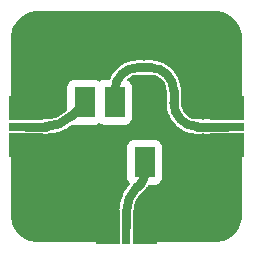
<source format=gbr>
%TF.GenerationSoftware,KiCad,Pcbnew,6.0.9+dfsg-1~bpo11+1*%
%TF.CreationDate,2022-11-06T17:08:34+01:00*%
%TF.ProjectId,mixer,6d697865-722e-46b6-9963-61645f706362,2*%
%TF.SameCoordinates,Original*%
%TF.FileFunction,Copper,L1,Top*%
%TF.FilePolarity,Positive*%
%FSLAX46Y46*%
G04 Gerber Fmt 4.6, Leading zero omitted, Abs format (unit mm)*
G04 Created by KiCad (PCBNEW 6.0.9+dfsg-1~bpo11+1) date 2022-11-06 17:08:34*
%MOMM*%
%LPD*%
G01*
G04 APERTURE LIST*
%TA.AperFunction,SMDPad,CuDef*%
%ADD10R,0.800000X3.000000*%
%TD*%
%TA.AperFunction,ComponentPad*%
%ADD11C,0.800000*%
%TD*%
%TA.AperFunction,SMDPad,CuDef*%
%ADD12R,2.000000X3.000000*%
%TD*%
%TA.AperFunction,ComponentPad*%
%ADD13C,3.400000*%
%TD*%
%TA.AperFunction,SMDPad,CuDef*%
%ADD14R,3.000000X0.800000*%
%TD*%
%TA.AperFunction,SMDPad,CuDef*%
%ADD15R,3.000000X2.000000*%
%TD*%
%TA.AperFunction,ComponentPad*%
%ADD16C,1.016000*%
%TD*%
%TA.AperFunction,SMDPad,CuDef*%
%ADD17R,1.651000X2.540000*%
%TD*%
%TA.AperFunction,SMDPad,CuDef*%
%ADD18R,1.651000X5.334000*%
%TD*%
%TA.AperFunction,SMDPad,CuDef*%
%ADD19R,6.731000X1.270000*%
%TD*%
%TA.AperFunction,SMDPad,CuDef*%
%ADD20R,4.191000X5.334000*%
%TD*%
%TA.AperFunction,ViaPad*%
%ADD21C,0.800000*%
%TD*%
%TA.AperFunction,Conductor*%
%ADD22C,0.800000*%
%TD*%
G04 APERTURE END LIST*
D10*
%TO.P,J2,1,Pin_1*%
%TO.N,Net-(J2-Pad1)*%
X147500000Y-86000000D03*
D11*
%TO.P,J2,2,Pin_2*%
%TO.N,GND*%
X146000000Y-85500000D03*
X146000000Y-86500000D03*
X148500000Y-87000000D03*
X148500000Y-85000000D03*
X146500000Y-87000000D03*
D12*
X149100000Y-86000000D03*
X145900000Y-86000000D03*
D11*
X149000000Y-85500000D03*
X149000000Y-86500000D03*
X148500000Y-86000000D03*
X146500000Y-85000000D03*
X146500000Y-86000000D03*
%TD*%
D13*
%TO.P,H3,1,1*%
%TO.N,GND*%
X140000000Y-70000000D03*
%TD*%
D14*
%TO.P,J3,1,Pin_1*%
%TO.N,Net-(J3-Pad1)*%
X156000000Y-77500000D03*
D11*
%TO.P,J3,2,Pin_2*%
%TO.N,GND*%
X155500000Y-79000000D03*
X156500000Y-79000000D03*
X157000000Y-76500000D03*
X155000000Y-76500000D03*
X157000000Y-78500000D03*
D15*
X156000000Y-75900000D03*
X156000000Y-79100000D03*
D11*
X155500000Y-76000000D03*
X156500000Y-76000000D03*
X156000000Y-76500000D03*
X155000000Y-78500000D03*
X156000000Y-78500000D03*
%TD*%
D16*
%TO.P,U1,1,GND*%
%TO.N,GND*%
X145230000Y-78000000D03*
D17*
X149040000Y-75460000D03*
D16*
X149040000Y-73809000D03*
X143960000Y-78000000D03*
X149040000Y-78000000D03*
X146500000Y-78000000D03*
D18*
X149040000Y-75968000D03*
D19*
X146500000Y-78000000D03*
D16*
X147770000Y-78000000D03*
D17*
%TO.P,U1,2,IF*%
%TO.N,Net-(J3-Pad1)*%
X146500000Y-75460000D03*
%TO.P,U1,3,RF*%
%TO.N,Net-(J1-Pad1)*%
X143960000Y-75460000D03*
D16*
%TO.P,U1,4,GND*%
%TO.N,GND*%
X143960000Y-82191000D03*
D17*
X143960000Y-80540000D03*
D20*
X145230000Y-80032000D03*
D16*
%TO.P,U1,5,GND*%
X146500000Y-82191000D03*
D17*
X146500000Y-80540000D03*
%TO.P,U1,6,LO*%
%TO.N,Net-(J2-Pad1)*%
X149040000Y-80540000D03*
%TD*%
D13*
%TO.P,H1,1,1*%
%TO.N,GND*%
X155000000Y-85000000D03*
%TD*%
%TO.P,H2,1,1*%
%TO.N,GND*%
X155000000Y-70000000D03*
%TD*%
D14*
%TO.P,J1,1,Pin_1*%
%TO.N,Net-(J1-Pad1)*%
X139000000Y-77500000D03*
D11*
%TO.P,J1,2,Pin_2*%
%TO.N,GND*%
X139500000Y-76000000D03*
X138500000Y-76000000D03*
X138000000Y-78500000D03*
X140000000Y-78500000D03*
X138000000Y-76500000D03*
D15*
X139000000Y-79100000D03*
X139000000Y-75900000D03*
D11*
X139500000Y-79000000D03*
X138500000Y-79000000D03*
X139000000Y-78500000D03*
X140000000Y-76500000D03*
X139000000Y-76500000D03*
%TD*%
D13*
%TO.P,H4,1,1*%
%TO.N,GND*%
X140000000Y-85000000D03*
%TD*%
D21*
%TO.N,GND*%
X150500000Y-77000000D03*
X151000000Y-77500000D03*
X154000000Y-75500000D03*
X153500000Y-74000000D03*
X141000000Y-74500000D03*
X142500000Y-82500000D03*
X153000000Y-78500000D03*
X152500000Y-73000000D03*
X141500000Y-76000000D03*
X147000000Y-71500000D03*
X148500000Y-71000000D03*
X151000000Y-83500000D03*
X152500000Y-70000000D03*
X152500000Y-82500000D03*
X146500000Y-72000000D03*
X151500000Y-78000000D03*
X145000000Y-85000000D03*
X140000000Y-82500000D03*
X153000000Y-73500000D03*
X149000000Y-83500000D03*
X151500000Y-79000000D03*
X143000000Y-72500000D03*
X150000000Y-70000000D03*
X154000000Y-76500000D03*
X154500000Y-79000000D03*
X145500000Y-72000000D03*
X152000000Y-72500000D03*
X150000000Y-83500000D03*
X153000000Y-75500000D03*
X150000000Y-84500000D03*
X149500000Y-84000000D03*
X151500000Y-82000000D03*
X151000000Y-78500000D03*
X148000000Y-71500000D03*
X142500000Y-80000000D03*
X142500000Y-79000000D03*
X146000000Y-84500000D03*
X141000000Y-78500000D03*
X152000000Y-78500000D03*
X150500000Y-76000000D03*
X155000000Y-72500000D03*
X152500000Y-74000000D03*
X152500000Y-85000000D03*
X142500000Y-70000000D03*
X152500000Y-75000000D03*
X153000000Y-74500000D03*
X142500000Y-85000000D03*
X140000000Y-80000000D03*
X152500000Y-80000000D03*
X142000000Y-74500000D03*
X149000000Y-84500000D03*
X151000000Y-81500000D03*
X144000000Y-72500000D03*
X151500000Y-80000000D03*
X152500000Y-72000000D03*
X151000000Y-82500000D03*
X146000000Y-83500000D03*
X155000000Y-82500000D03*
X141500000Y-75000000D03*
X149500000Y-83000000D03*
X146000000Y-72500000D03*
X149500000Y-71000000D03*
X141000000Y-75500000D03*
X143500000Y-73000000D03*
X151500000Y-81000000D03*
X140500000Y-79000000D03*
X150500000Y-71000000D03*
X151500000Y-83000000D03*
X145000000Y-82500000D03*
X155000000Y-80000000D03*
X153000000Y-72500000D03*
X153500000Y-75000000D03*
X142000000Y-75500000D03*
X150500000Y-75000000D03*
X145000000Y-70000000D03*
X144500000Y-73000000D03*
X149500000Y-85000000D03*
X151000000Y-71500000D03*
X153500000Y-76000000D03*
X142000000Y-73500000D03*
X150500000Y-78000000D03*
X154500000Y-76000000D03*
X151500000Y-72000000D03*
X142500000Y-73000000D03*
X140000000Y-75500000D03*
X145000000Y-80000000D03*
X155000000Y-75000000D03*
X151000000Y-80500000D03*
X153500000Y-79000000D03*
X147500000Y-70000000D03*
X145000000Y-72500000D03*
X150500000Y-83000000D03*
X146000000Y-71500000D03*
X150000000Y-71500000D03*
X149000000Y-71500000D03*
X152000000Y-71500000D03*
X142000000Y-78500000D03*
X140000000Y-72500000D03*
X141500000Y-74000000D03*
X141500000Y-79000000D03*
X140500000Y-76000000D03*
X151000000Y-79500000D03*
X154000000Y-78500000D03*
X152500000Y-79000000D03*
X140500000Y-75000000D03*
X150500000Y-84000000D03*
X152000000Y-79500000D03*
X146500000Y-84000000D03*
X145500000Y-73000000D03*
X147500000Y-71000000D03*
%TD*%
D22*
%TO.N,Net-(J1-Pad1)*%
X142798680Y-76621320D02*
X143960000Y-75460000D01*
X139000000Y-77500000D02*
X140677359Y-77500000D01*
X140677359Y-77499971D02*
G75*
G03*
X142798680Y-76621320I41J2999971D01*
G01*
%TO.N,Net-(J2-Pad1)*%
X149040000Y-81545786D02*
X149040000Y-80540000D01*
X148378680Y-82621320D02*
X148747107Y-82252893D01*
X147500000Y-86000000D02*
X147500000Y-84742641D01*
X148747114Y-82252900D02*
G75*
G03*
X149040000Y-81545786I-707114J707100D01*
G01*
X147500029Y-84742641D02*
G75*
G02*
X148378680Y-82621320I2999971J41D01*
G01*
%TO.N,Net-(J3-Pad1)*%
X148500000Y-72500000D02*
X149500000Y-72500000D01*
X146500000Y-75460000D02*
X146500000Y-74500000D01*
X151500000Y-74500000D02*
X151500000Y-75500000D01*
X153500000Y-77500000D02*
X156000000Y-77500000D01*
X151500000Y-74500000D02*
G75*
G03*
X149500000Y-72500000I-2000000J0D01*
G01*
X148500000Y-72500000D02*
G75*
G03*
X146500000Y-74500000I0J-2000000D01*
G01*
X153500000Y-77500000D02*
G75*
G02*
X151500000Y-75500000I0J2000000D01*
G01*
%TD*%
%TA.AperFunction,Conductor*%
%TO.N,GND*%
G36*
X149467072Y-73101347D02*
G01*
X149500000Y-73105682D01*
X149514320Y-73103797D01*
X149535004Y-73103255D01*
X149613737Y-73109451D01*
X149711162Y-73117119D01*
X149726505Y-73119549D01*
X149924894Y-73167178D01*
X149939669Y-73171979D01*
X150128162Y-73250055D01*
X150142004Y-73257108D01*
X150315964Y-73363712D01*
X150328531Y-73372843D01*
X150483671Y-73505344D01*
X150494656Y-73516329D01*
X150627157Y-73671469D01*
X150636288Y-73684036D01*
X150742892Y-73857996D01*
X150749945Y-73871838D01*
X150828021Y-74060331D01*
X150832822Y-74075106D01*
X150880451Y-74273495D01*
X150882881Y-74288838D01*
X150896745Y-74464993D01*
X150896203Y-74485680D01*
X150894318Y-74500000D01*
X150895165Y-74506433D01*
X150898653Y-74532927D01*
X150899500Y-74545849D01*
X150899500Y-75454151D01*
X150898653Y-75467072D01*
X150894318Y-75500000D01*
X150895165Y-75506433D01*
X150895165Y-75506434D01*
X150895725Y-75510690D01*
X150896415Y-75518054D01*
X150904404Y-75660298D01*
X150911779Y-75791622D01*
X150960705Y-76079578D01*
X150961474Y-76082247D01*
X150985107Y-76164278D01*
X151041563Y-76360244D01*
X151042628Y-76362815D01*
X151152122Y-76627157D01*
X151153338Y-76630093D01*
X151294624Y-76885730D01*
X151296227Y-76887989D01*
X151296230Y-76887994D01*
X151360383Y-76978408D01*
X151463643Y-77123940D01*
X151465490Y-77126007D01*
X151465495Y-77126013D01*
X151566738Y-77239304D01*
X151658271Y-77341729D01*
X151660349Y-77343586D01*
X151873987Y-77534505D01*
X151873993Y-77534510D01*
X151876060Y-77536357D01*
X151878322Y-77537962D01*
X151878327Y-77537966D01*
X152112006Y-77703770D01*
X152112011Y-77703773D01*
X152114270Y-77705376D01*
X152369907Y-77846662D01*
X152372470Y-77847724D01*
X152372477Y-77847727D01*
X152608216Y-77945373D01*
X152639756Y-77958437D01*
X152642425Y-77959206D01*
X152642428Y-77959207D01*
X152843732Y-78017201D01*
X152920422Y-78039295D01*
X152923162Y-78039761D01*
X152923164Y-78039761D01*
X153205628Y-78087754D01*
X153205632Y-78087754D01*
X153208378Y-78088221D01*
X153339702Y-78095596D01*
X153481946Y-78103585D01*
X153489310Y-78104275D01*
X153489470Y-78104296D01*
X153500000Y-78105682D01*
X153532928Y-78101347D01*
X153545849Y-78100500D01*
X157200500Y-78100500D01*
X157258691Y-78119407D01*
X157294655Y-78168907D01*
X157299500Y-78199500D01*
X157299500Y-84965983D01*
X157296982Y-84988169D01*
X157294344Y-84999641D01*
X157296805Y-85010517D01*
X157296786Y-85021664D01*
X157296757Y-85021664D01*
X157297578Y-85031772D01*
X157283096Y-85271197D01*
X157281656Y-85283056D01*
X157233761Y-85544415D01*
X157230900Y-85556023D01*
X157151852Y-85809695D01*
X157147613Y-85820873D01*
X157038564Y-86063170D01*
X157033008Y-86073756D01*
X156895548Y-86301142D01*
X156888757Y-86310980D01*
X156724897Y-86520132D01*
X156716970Y-86529081D01*
X156529081Y-86716970D01*
X156520132Y-86724897D01*
X156310980Y-86888757D01*
X156301142Y-86895548D01*
X156073756Y-87033008D01*
X156063170Y-87038564D01*
X155820873Y-87147613D01*
X155809695Y-87151852D01*
X155556015Y-87230902D01*
X155544422Y-87233759D01*
X155283056Y-87281656D01*
X155271204Y-87283095D01*
X155032288Y-87297547D01*
X155022372Y-87296724D01*
X155022372Y-87296862D01*
X155011224Y-87296842D01*
X155000359Y-87294344D01*
X154988359Y-87297059D01*
X154966512Y-87299500D01*
X148199500Y-87299500D01*
X148141309Y-87280593D01*
X148105345Y-87231093D01*
X148100500Y-87200500D01*
X148100500Y-84788485D01*
X148101347Y-84775564D01*
X148104835Y-84749067D01*
X148105682Y-84742633D01*
X148104827Y-84736138D01*
X148103281Y-84724397D01*
X148102590Y-84705923D01*
X148108604Y-84598811D01*
X148115302Y-84479519D01*
X148116544Y-84468494D01*
X148124272Y-84423011D01*
X148159751Y-84214176D01*
X148162220Y-84203357D01*
X148233632Y-83955472D01*
X148237295Y-83945002D01*
X148336017Y-83706658D01*
X148340827Y-83696671D01*
X148465607Y-83470892D01*
X148471514Y-83461491D01*
X148620786Y-83251107D01*
X148627708Y-83242427D01*
X148778703Y-83073461D01*
X148792254Y-83060888D01*
X148801813Y-83053553D01*
X148801816Y-83053550D01*
X148806966Y-83049598D01*
X148827183Y-83023251D01*
X148835721Y-83013515D01*
X149139314Y-82709922D01*
X149149040Y-82701393D01*
X149175393Y-82681171D01*
X149189564Y-82662703D01*
X149193673Y-82657695D01*
X149310362Y-82524635D01*
X149310365Y-82524631D01*
X149312497Y-82522200D01*
X149334348Y-82489497D01*
X149382394Y-82451619D01*
X149416662Y-82445499D01*
X149929680Y-82445499D01*
X149931624Y-82445346D01*
X149931626Y-82445346D01*
X149960663Y-82443062D01*
X149960667Y-82443061D01*
X149965704Y-82442665D01*
X150043035Y-82420198D01*
X150113908Y-82399608D01*
X150113909Y-82399607D01*
X150119893Y-82397869D01*
X150193319Y-82354445D01*
X150252740Y-82319304D01*
X150252742Y-82319303D01*
X150258098Y-82316135D01*
X150371635Y-82202598D01*
X150453369Y-82064393D01*
X150498165Y-81910204D01*
X150501000Y-81874181D01*
X150500999Y-79205820D01*
X150498165Y-79169796D01*
X150453369Y-79015607D01*
X150371635Y-78877402D01*
X150258098Y-78763865D01*
X150252742Y-78760697D01*
X150252740Y-78760696D01*
X150193319Y-78725555D01*
X150119893Y-78682131D01*
X150113909Y-78680393D01*
X150113908Y-78680392D01*
X149970562Y-78638746D01*
X149970558Y-78638745D01*
X149965704Y-78637335D01*
X149960664Y-78636938D01*
X149960662Y-78636938D01*
X149944901Y-78635698D01*
X149929681Y-78634500D01*
X149040229Y-78634500D01*
X148150320Y-78634501D01*
X148148376Y-78634654D01*
X148148374Y-78634654D01*
X148119337Y-78636938D01*
X148119333Y-78636939D01*
X148114296Y-78637335D01*
X148036965Y-78659802D01*
X147966092Y-78680392D01*
X147966091Y-78680393D01*
X147960107Y-78682131D01*
X147886681Y-78725555D01*
X147827260Y-78760696D01*
X147827258Y-78760697D01*
X147821902Y-78763865D01*
X147708365Y-78877402D01*
X147626631Y-79015607D01*
X147581835Y-79169796D01*
X147579000Y-79205819D01*
X147579001Y-81874180D01*
X147581835Y-81910204D01*
X147626631Y-82064393D01*
X147708365Y-82202598D01*
X147764729Y-82258962D01*
X147792506Y-82313479D01*
X147782935Y-82373911D01*
X147768085Y-82395443D01*
X147713419Y-82455759D01*
X147711964Y-82457721D01*
X147528322Y-82705340D01*
X147502687Y-82739905D01*
X147320820Y-83043338D01*
X147319779Y-83045538D01*
X147319779Y-83045539D01*
X147224700Y-83246573D01*
X147169571Y-83363136D01*
X147050396Y-83696220D01*
X146964444Y-84039380D01*
X146964088Y-84041783D01*
X146964087Y-84041786D01*
X146938517Y-84214181D01*
X146912541Y-84389314D01*
X146912422Y-84391745D01*
X146911244Y-84415717D01*
X146909461Y-84430172D01*
X146901839Y-84468494D01*
X146899500Y-84480252D01*
X146899500Y-84652398D01*
X146899381Y-84657255D01*
X146895902Y-84728081D01*
X146895175Y-84736138D01*
X146894318Y-84742649D01*
X146895165Y-84749082D01*
X146898653Y-84775574D01*
X146899500Y-84788497D01*
X146899500Y-87200500D01*
X146880593Y-87258691D01*
X146831093Y-87294655D01*
X146800500Y-87299500D01*
X140034017Y-87299500D01*
X140011831Y-87296982D01*
X140011801Y-87296975D01*
X140000359Y-87294344D01*
X139989483Y-87296805D01*
X139978336Y-87296786D01*
X139978336Y-87296757D01*
X139968228Y-87297578D01*
X139838014Y-87289702D01*
X139728796Y-87283095D01*
X139716944Y-87281656D01*
X139455578Y-87233759D01*
X139443985Y-87230902D01*
X139190305Y-87151852D01*
X139179127Y-87147613D01*
X138936830Y-87038564D01*
X138926244Y-87033008D01*
X138698858Y-86895548D01*
X138689020Y-86888757D01*
X138479868Y-86724897D01*
X138470919Y-86716970D01*
X138283030Y-86529081D01*
X138275103Y-86520132D01*
X138111243Y-86310980D01*
X138104452Y-86301142D01*
X137966992Y-86073756D01*
X137961436Y-86063170D01*
X137852387Y-85820873D01*
X137848148Y-85809695D01*
X137769100Y-85556023D01*
X137766239Y-85544415D01*
X137718344Y-85283056D01*
X137716904Y-85271197D01*
X137702469Y-85032548D01*
X137704207Y-85011810D01*
X137703747Y-85011757D01*
X137704389Y-85006179D01*
X137705655Y-85000718D01*
X137705656Y-85000000D01*
X137704412Y-84994545D01*
X137702980Y-84988266D01*
X137700500Y-84966248D01*
X137700500Y-78199500D01*
X137719407Y-78141309D01*
X137768907Y-78105345D01*
X137799500Y-78100500D01*
X140631503Y-78100500D01*
X140644426Y-78101347D01*
X140677351Y-78105682D01*
X140683786Y-78104835D01*
X140683862Y-78104825D01*
X140691919Y-78104098D01*
X141028253Y-78087579D01*
X141028263Y-78087578D01*
X141030686Y-78087459D01*
X141033089Y-78087103D01*
X141033095Y-78087102D01*
X141378214Y-78035913D01*
X141378217Y-78035912D01*
X141380620Y-78035556D01*
X141723780Y-77949604D01*
X141726074Y-77948783D01*
X141726078Y-77948782D01*
X141925610Y-77877391D01*
X142056864Y-77830429D01*
X142059061Y-77829390D01*
X142059068Y-77829387D01*
X142374461Y-77680221D01*
X142374462Y-77680221D01*
X142376662Y-77679180D01*
X142680095Y-77497313D01*
X142870806Y-77355875D01*
X142928808Y-77336398D01*
X142957396Y-77340323D01*
X143034296Y-77362665D01*
X143039336Y-77363062D01*
X143039338Y-77363062D01*
X143055099Y-77364302D01*
X143070319Y-77365500D01*
X143959771Y-77365500D01*
X144849680Y-77365499D01*
X144851624Y-77365346D01*
X144851626Y-77365346D01*
X144880663Y-77363062D01*
X144880667Y-77363061D01*
X144885704Y-77362665D01*
X145009755Y-77326625D01*
X145033908Y-77319608D01*
X145033909Y-77319607D01*
X145039893Y-77317869D01*
X145178098Y-77236135D01*
X145179395Y-77238329D01*
X145226888Y-77221229D01*
X145281359Y-77237053D01*
X145281902Y-77236135D01*
X145286017Y-77238569D01*
X145286019Y-77238570D01*
X145336593Y-77268479D01*
X145420107Y-77317869D01*
X145426091Y-77319607D01*
X145426092Y-77319608D01*
X145569438Y-77361254D01*
X145569442Y-77361255D01*
X145574296Y-77362665D01*
X145579336Y-77363062D01*
X145579338Y-77363062D01*
X145595099Y-77364302D01*
X145610319Y-77365500D01*
X146499771Y-77365500D01*
X147389680Y-77365499D01*
X147391624Y-77365346D01*
X147391626Y-77365346D01*
X147420663Y-77363062D01*
X147420667Y-77363061D01*
X147425704Y-77362665D01*
X147549755Y-77326625D01*
X147573908Y-77319608D01*
X147573909Y-77319607D01*
X147579893Y-77317869D01*
X147653319Y-77274445D01*
X147712740Y-77239304D01*
X147712742Y-77239303D01*
X147718098Y-77236135D01*
X147831635Y-77122598D01*
X147913369Y-76984393D01*
X147939292Y-76895165D01*
X147956754Y-76835062D01*
X147956755Y-76835058D01*
X147958165Y-76830204D01*
X147961000Y-76794181D01*
X147960999Y-74125820D01*
X147958165Y-74089796D01*
X147913369Y-73935607D01*
X147831635Y-73797402D01*
X147718098Y-73683865D01*
X147712738Y-73680695D01*
X147712734Y-73680692D01*
X147594622Y-73610840D01*
X147554159Y-73564944D01*
X147548401Y-73504031D01*
X147580721Y-73450348D01*
X147671471Y-73372841D01*
X147684036Y-73363712D01*
X147857996Y-73257108D01*
X147871838Y-73250055D01*
X148060331Y-73171979D01*
X148075106Y-73167178D01*
X148273495Y-73119549D01*
X148288838Y-73117119D01*
X148386263Y-73109451D01*
X148464996Y-73103255D01*
X148485680Y-73103797D01*
X148500000Y-73105682D01*
X148532928Y-73101347D01*
X148545849Y-73100500D01*
X149454151Y-73100500D01*
X149467072Y-73101347D01*
G37*
%TD.AperFunction*%
%TA.AperFunction,Conductor*%
G36*
X154988169Y-67703018D02*
G01*
X154999641Y-67705656D01*
X155010517Y-67703195D01*
X155021664Y-67703214D01*
X155021664Y-67703243D01*
X155031772Y-67702422D01*
X155161986Y-67710298D01*
X155271204Y-67716905D01*
X155283056Y-67718344D01*
X155544422Y-67766241D01*
X155556015Y-67769098D01*
X155762244Y-67833361D01*
X155809695Y-67848148D01*
X155820873Y-67852387D01*
X156063170Y-67961436D01*
X156073756Y-67966992D01*
X156301142Y-68104452D01*
X156310980Y-68111243D01*
X156520132Y-68275103D01*
X156529081Y-68283030D01*
X156716970Y-68470919D01*
X156724897Y-68479868D01*
X156888757Y-68689020D01*
X156895548Y-68698858D01*
X157033008Y-68926244D01*
X157038564Y-68936830D01*
X157147613Y-69179127D01*
X157151852Y-69190305D01*
X157230900Y-69443977D01*
X157233759Y-69455578D01*
X157281655Y-69716936D01*
X157283096Y-69728803D01*
X157297547Y-69967712D01*
X157296724Y-69977628D01*
X157296862Y-69977628D01*
X157296842Y-69988776D01*
X157294344Y-69999641D01*
X157296804Y-70010513D01*
X157297059Y-70011638D01*
X157299500Y-70033488D01*
X157299500Y-76800500D01*
X157280593Y-76858691D01*
X157231093Y-76894655D01*
X157200500Y-76899500D01*
X153545849Y-76899500D01*
X153532927Y-76898653D01*
X153527443Y-76897931D01*
X153500000Y-76894318D01*
X153485680Y-76896203D01*
X153464996Y-76896745D01*
X153386263Y-76890549D01*
X153288838Y-76882881D01*
X153273495Y-76880451D01*
X153075106Y-76832822D01*
X153060331Y-76828021D01*
X152871838Y-76749945D01*
X152857996Y-76742892D01*
X152684036Y-76636288D01*
X152671469Y-76627157D01*
X152516329Y-76494656D01*
X152505344Y-76483671D01*
X152372843Y-76328531D01*
X152363712Y-76315964D01*
X152257108Y-76142004D01*
X152250055Y-76128162D01*
X152171979Y-75939669D01*
X152167178Y-75924894D01*
X152119549Y-75726505D01*
X152117119Y-75711162D01*
X152103255Y-75535007D01*
X152103797Y-75514317D01*
X152104835Y-75506433D01*
X152105682Y-75500000D01*
X152101347Y-75467072D01*
X152100500Y-75454151D01*
X152100500Y-74545849D01*
X152101347Y-74532927D01*
X152104835Y-74506433D01*
X152105682Y-74500000D01*
X152104275Y-74489310D01*
X152103585Y-74481946D01*
X152095596Y-74339701D01*
X152088221Y-74208378D01*
X152068930Y-74094837D01*
X152039761Y-73923164D01*
X152039761Y-73923162D01*
X152039295Y-73920422D01*
X151975439Y-73698771D01*
X151959207Y-73642428D01*
X151959206Y-73642425D01*
X151958437Y-73639756D01*
X151879981Y-73450346D01*
X151847727Y-73372477D01*
X151847724Y-73372470D01*
X151846662Y-73369907D01*
X151705376Y-73114270D01*
X151703770Y-73112006D01*
X151537966Y-72878327D01*
X151537962Y-72878322D01*
X151536357Y-72876060D01*
X151534510Y-72873993D01*
X151534505Y-72873987D01*
X151343586Y-72660349D01*
X151341729Y-72658271D01*
X151334705Y-72651994D01*
X151126013Y-72465495D01*
X151126007Y-72465490D01*
X151123940Y-72463643D01*
X151121678Y-72462038D01*
X151121673Y-72462034D01*
X150887994Y-72296230D01*
X150887989Y-72296227D01*
X150885730Y-72294624D01*
X150630093Y-72153338D01*
X150627530Y-72152276D01*
X150627523Y-72152273D01*
X150362815Y-72042628D01*
X150362816Y-72042628D01*
X150360244Y-72041563D01*
X150357575Y-72040794D01*
X150357572Y-72040793D01*
X150082247Y-71961474D01*
X150082248Y-71961474D01*
X150079578Y-71960705D01*
X150076838Y-71960239D01*
X150076836Y-71960239D01*
X149794372Y-71912246D01*
X149794368Y-71912246D01*
X149791622Y-71911779D01*
X149660298Y-71904404D01*
X149518054Y-71896415D01*
X149510690Y-71895725D01*
X149509190Y-71895528D01*
X149500000Y-71894318D01*
X149484072Y-71896415D01*
X149467073Y-71898653D01*
X149454151Y-71899500D01*
X148545849Y-71899500D01*
X148532927Y-71898653D01*
X148515928Y-71896415D01*
X148500000Y-71894318D01*
X148490810Y-71895528D01*
X148489310Y-71895725D01*
X148481946Y-71896415D01*
X148339702Y-71904404D01*
X148208378Y-71911779D01*
X148205632Y-71912246D01*
X148205628Y-71912246D01*
X147923164Y-71960239D01*
X147923162Y-71960239D01*
X147920422Y-71960705D01*
X147917752Y-71961474D01*
X147917753Y-71961474D01*
X147642428Y-72040793D01*
X147642425Y-72040794D01*
X147639756Y-72041563D01*
X147637184Y-72042628D01*
X147637185Y-72042628D01*
X147372477Y-72152273D01*
X147372470Y-72152276D01*
X147369907Y-72153338D01*
X147114270Y-72294624D01*
X147112011Y-72296227D01*
X147112006Y-72296230D01*
X146878327Y-72462034D01*
X146878322Y-72462038D01*
X146876060Y-72463643D01*
X146873993Y-72465490D01*
X146873987Y-72465495D01*
X146665295Y-72651994D01*
X146658271Y-72658271D01*
X146656414Y-72660349D01*
X146465495Y-72873987D01*
X146465490Y-72873993D01*
X146463643Y-72876060D01*
X146462038Y-72878322D01*
X146462034Y-72878327D01*
X146296230Y-73112006D01*
X146294624Y-73114270D01*
X146153338Y-73369907D01*
X146152276Y-73372470D01*
X146152273Y-73372477D01*
X146102191Y-73493387D01*
X146062454Y-73539912D01*
X146010727Y-73554501D01*
X145610320Y-73554501D01*
X145608376Y-73554654D01*
X145608374Y-73554654D01*
X145579337Y-73556938D01*
X145579333Y-73556939D01*
X145574296Y-73557335D01*
X145496965Y-73579802D01*
X145426092Y-73600392D01*
X145426091Y-73600393D01*
X145420107Y-73602131D01*
X145281902Y-73683865D01*
X145280605Y-73681671D01*
X145233112Y-73698771D01*
X145178641Y-73682947D01*
X145178098Y-73683865D01*
X145174523Y-73681751D01*
X145174524Y-73681751D01*
X145172740Y-73680696D01*
X145108032Y-73642428D01*
X145039893Y-73602131D01*
X145033909Y-73600393D01*
X145033908Y-73600392D01*
X144890562Y-73558746D01*
X144890558Y-73558745D01*
X144885704Y-73557335D01*
X144880664Y-73556938D01*
X144880662Y-73556938D01*
X144864901Y-73555698D01*
X144849681Y-73554500D01*
X143960229Y-73554500D01*
X143070320Y-73554501D01*
X143068376Y-73554654D01*
X143068374Y-73554654D01*
X143039337Y-73556938D01*
X143039333Y-73556939D01*
X143034296Y-73557335D01*
X142956965Y-73579802D01*
X142886092Y-73600392D01*
X142886091Y-73600393D01*
X142880107Y-73602131D01*
X142811968Y-73642428D01*
X142747260Y-73680696D01*
X142747258Y-73680697D01*
X142741902Y-73683865D01*
X142628365Y-73797402D01*
X142546631Y-73935607D01*
X142544893Y-73941591D01*
X142544892Y-73941592D01*
X142506103Y-74075106D01*
X142501835Y-74089796D01*
X142499000Y-74125819D01*
X142499000Y-74127769D01*
X142499001Y-76030756D01*
X142480094Y-76088947D01*
X142470005Y-76100760D01*
X142406487Y-76164278D01*
X142396749Y-76172817D01*
X142375554Y-76189080D01*
X142375551Y-76189083D01*
X142370402Y-76193034D01*
X142366450Y-76198184D01*
X142366447Y-76198187D01*
X142359112Y-76207746D01*
X142346540Y-76221296D01*
X142226542Y-76328531D01*
X142177573Y-76372292D01*
X142168893Y-76379214D01*
X141958509Y-76528486D01*
X141949108Y-76534393D01*
X141723329Y-76659173D01*
X141713342Y-76663983D01*
X141474998Y-76762705D01*
X141464528Y-76766368D01*
X141367984Y-76794181D01*
X141216637Y-76837781D01*
X141205824Y-76840249D01*
X140951500Y-76883457D01*
X140940481Y-76884698D01*
X140821189Y-76891396D01*
X140714077Y-76897410D01*
X140695603Y-76896719D01*
X140683801Y-76895165D01*
X140683799Y-76895165D01*
X140677367Y-76894318D01*
X140670933Y-76895165D01*
X140644436Y-76898653D01*
X140631515Y-76899500D01*
X137799500Y-76899500D01*
X137741309Y-76880593D01*
X137705345Y-76831093D01*
X137700500Y-76800500D01*
X137700500Y-70034281D01*
X137703057Y-70011926D01*
X137703141Y-70011565D01*
X137705655Y-70000718D01*
X137705656Y-70000000D01*
X137704413Y-69994549D01*
X137703791Y-69988995D01*
X137704159Y-69988954D01*
X137702438Y-69967973D01*
X137716904Y-69728804D01*
X137718345Y-69716936D01*
X137766241Y-69455578D01*
X137769100Y-69443977D01*
X137848148Y-69190305D01*
X137852387Y-69179127D01*
X137961436Y-68936830D01*
X137966992Y-68926244D01*
X138104452Y-68698858D01*
X138111243Y-68689020D01*
X138275103Y-68479868D01*
X138283030Y-68470919D01*
X138470919Y-68283030D01*
X138479868Y-68275103D01*
X138689020Y-68111243D01*
X138698858Y-68104452D01*
X138926244Y-67966992D01*
X138936830Y-67961436D01*
X139179127Y-67852387D01*
X139190305Y-67848148D01*
X139237756Y-67833361D01*
X139443985Y-67769098D01*
X139455578Y-67766241D01*
X139716944Y-67718344D01*
X139728796Y-67716905D01*
X139967712Y-67702453D01*
X139977628Y-67703276D01*
X139977628Y-67703138D01*
X139988776Y-67703158D01*
X139999641Y-67705656D01*
X140011641Y-67702941D01*
X140033488Y-67700500D01*
X154965983Y-67700500D01*
X154988169Y-67703018D01*
G37*
%TD.AperFunction*%
%TD*%
M02*

</source>
